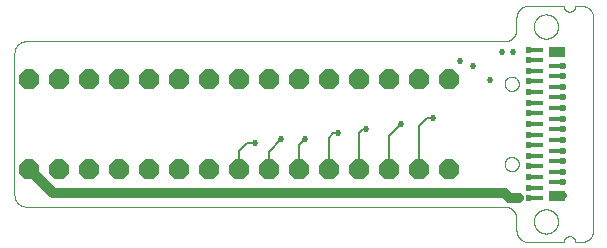
<source format=gtl>
G04 EAGLE Gerber RS-274X export*
G75*
%MOMM*%
%FSLAX34Y34*%
%LPD*%
%INTop Layer*%
%IPPOS*%
%AMOC8*
5,1,8,0,0,1.08239X$1,22.5*%
G01*
%ADD10C,0.000000*%
%ADD11C,0.452400*%
%ADD12R,1.000000X0.450000*%
%ADD13R,1.450000X0.900000*%
%ADD14C,0.600000*%
%ADD15P,1.814519X8X112.500000*%
%ADD16C,0.812800*%
%ADD17C,0.152400*%
%ADD18C,0.525000*%
%ADD19C,0.406400*%


D10*
X10000Y170000D02*
X415000Y170000D01*
X415242Y170003D01*
X415483Y170012D01*
X415724Y170026D01*
X415965Y170047D01*
X416205Y170073D01*
X416445Y170105D01*
X416684Y170143D01*
X416921Y170186D01*
X417158Y170236D01*
X417393Y170291D01*
X417627Y170351D01*
X417859Y170418D01*
X418090Y170489D01*
X418319Y170567D01*
X418546Y170650D01*
X418771Y170738D01*
X418994Y170832D01*
X419214Y170931D01*
X419432Y171036D01*
X419647Y171145D01*
X419860Y171260D01*
X420070Y171380D01*
X420276Y171505D01*
X420480Y171635D01*
X420681Y171770D01*
X420878Y171910D01*
X421072Y172054D01*
X421262Y172203D01*
X421448Y172357D01*
X421631Y172515D01*
X421810Y172677D01*
X421985Y172844D01*
X422156Y173015D01*
X422323Y173190D01*
X422485Y173369D01*
X422643Y173552D01*
X422797Y173738D01*
X422946Y173928D01*
X423090Y174122D01*
X423230Y174319D01*
X423365Y174520D01*
X423495Y174724D01*
X423620Y174930D01*
X423740Y175140D01*
X423855Y175353D01*
X423964Y175568D01*
X424069Y175786D01*
X424168Y176006D01*
X424262Y176229D01*
X424350Y176454D01*
X424433Y176681D01*
X424511Y176910D01*
X424582Y177141D01*
X424649Y177373D01*
X424709Y177607D01*
X424764Y177842D01*
X424814Y178079D01*
X424857Y178316D01*
X424895Y178555D01*
X424927Y178795D01*
X424953Y179035D01*
X424974Y179276D01*
X424988Y179517D01*
X424997Y179758D01*
X425000Y180000D01*
X425000Y190000D01*
X10000Y170000D02*
X9758Y169997D01*
X9517Y169988D01*
X9276Y169974D01*
X9035Y169953D01*
X8795Y169927D01*
X8555Y169895D01*
X8316Y169857D01*
X8079Y169814D01*
X7842Y169764D01*
X7607Y169709D01*
X7373Y169649D01*
X7141Y169582D01*
X6910Y169511D01*
X6681Y169433D01*
X6454Y169350D01*
X6229Y169262D01*
X6006Y169168D01*
X5786Y169069D01*
X5568Y168964D01*
X5353Y168855D01*
X5140Y168740D01*
X4930Y168620D01*
X4724Y168495D01*
X4520Y168365D01*
X4319Y168230D01*
X4122Y168090D01*
X3928Y167946D01*
X3738Y167797D01*
X3552Y167643D01*
X3369Y167485D01*
X3190Y167323D01*
X3015Y167156D01*
X2844Y166985D01*
X2677Y166810D01*
X2515Y166631D01*
X2357Y166448D01*
X2203Y166262D01*
X2054Y166072D01*
X1910Y165878D01*
X1770Y165681D01*
X1635Y165480D01*
X1505Y165276D01*
X1380Y165070D01*
X1260Y164860D01*
X1145Y164647D01*
X1036Y164432D01*
X931Y164214D01*
X832Y163994D01*
X738Y163771D01*
X650Y163546D01*
X567Y163319D01*
X489Y163090D01*
X418Y162859D01*
X351Y162627D01*
X291Y162393D01*
X236Y162158D01*
X186Y161921D01*
X143Y161684D01*
X105Y161445D01*
X73Y161205D01*
X47Y160965D01*
X26Y160724D01*
X12Y160483D01*
X3Y160242D01*
X0Y160000D01*
X0Y40000D01*
X3Y39758D01*
X12Y39517D01*
X26Y39276D01*
X47Y39035D01*
X73Y38795D01*
X105Y38555D01*
X143Y38316D01*
X186Y38079D01*
X236Y37842D01*
X291Y37607D01*
X351Y37373D01*
X418Y37141D01*
X489Y36910D01*
X567Y36681D01*
X650Y36454D01*
X738Y36229D01*
X832Y36006D01*
X931Y35786D01*
X1036Y35568D01*
X1145Y35353D01*
X1260Y35140D01*
X1380Y34930D01*
X1505Y34724D01*
X1635Y34520D01*
X1770Y34319D01*
X1910Y34122D01*
X2054Y33928D01*
X2203Y33738D01*
X2357Y33552D01*
X2515Y33369D01*
X2677Y33190D01*
X2844Y33015D01*
X3015Y32844D01*
X3190Y32677D01*
X3369Y32515D01*
X3552Y32357D01*
X3738Y32203D01*
X3928Y32054D01*
X4122Y31910D01*
X4319Y31770D01*
X4520Y31635D01*
X4724Y31505D01*
X4930Y31380D01*
X5140Y31260D01*
X5353Y31145D01*
X5568Y31036D01*
X5786Y30931D01*
X6006Y30832D01*
X6229Y30738D01*
X6454Y30650D01*
X6681Y30567D01*
X6910Y30489D01*
X7141Y30418D01*
X7373Y30351D01*
X7607Y30291D01*
X7842Y30236D01*
X8079Y30186D01*
X8316Y30143D01*
X8555Y30105D01*
X8795Y30073D01*
X9035Y30047D01*
X9276Y30026D01*
X9517Y30012D01*
X9758Y30003D01*
X10000Y30000D01*
X425000Y20000D02*
X425000Y10000D01*
X425000Y20000D02*
X424997Y20242D01*
X424988Y20483D01*
X424974Y20724D01*
X424953Y20965D01*
X424927Y21205D01*
X424895Y21445D01*
X424857Y21684D01*
X424814Y21921D01*
X424764Y22158D01*
X424709Y22393D01*
X424649Y22627D01*
X424582Y22859D01*
X424511Y23090D01*
X424433Y23319D01*
X424350Y23546D01*
X424262Y23771D01*
X424168Y23994D01*
X424069Y24214D01*
X423964Y24432D01*
X423855Y24647D01*
X423740Y24860D01*
X423620Y25070D01*
X423495Y25276D01*
X423365Y25480D01*
X423230Y25681D01*
X423090Y25878D01*
X422946Y26072D01*
X422797Y26262D01*
X422643Y26448D01*
X422485Y26631D01*
X422323Y26810D01*
X422156Y26985D01*
X421985Y27156D01*
X421810Y27323D01*
X421631Y27485D01*
X421448Y27643D01*
X421262Y27797D01*
X421072Y27946D01*
X420878Y28090D01*
X420681Y28230D01*
X420480Y28365D01*
X420276Y28495D01*
X420070Y28620D01*
X419860Y28740D01*
X419647Y28855D01*
X419432Y28964D01*
X419214Y29069D01*
X418994Y29168D01*
X418771Y29262D01*
X418546Y29350D01*
X418319Y29433D01*
X418090Y29511D01*
X417859Y29582D01*
X417627Y29649D01*
X417393Y29709D01*
X417158Y29764D01*
X416921Y29814D01*
X416684Y29857D01*
X416445Y29895D01*
X416205Y29927D01*
X415965Y29953D01*
X415724Y29974D01*
X415483Y29988D01*
X415242Y29997D01*
X415000Y30000D01*
X10000Y30000D01*
X415000Y134000D02*
X415002Y134154D01*
X415008Y134309D01*
X415018Y134463D01*
X415032Y134617D01*
X415050Y134770D01*
X415071Y134923D01*
X415097Y135076D01*
X415127Y135227D01*
X415160Y135378D01*
X415198Y135528D01*
X415239Y135677D01*
X415284Y135825D01*
X415333Y135971D01*
X415386Y136117D01*
X415442Y136260D01*
X415502Y136403D01*
X415566Y136543D01*
X415633Y136683D01*
X415704Y136820D01*
X415778Y136955D01*
X415856Y137089D01*
X415937Y137220D01*
X416022Y137349D01*
X416110Y137477D01*
X416201Y137601D01*
X416295Y137724D01*
X416393Y137844D01*
X416493Y137961D01*
X416597Y138076D01*
X416703Y138188D01*
X416812Y138297D01*
X416924Y138403D01*
X417039Y138507D01*
X417156Y138607D01*
X417276Y138705D01*
X417399Y138799D01*
X417523Y138890D01*
X417651Y138978D01*
X417780Y139063D01*
X417911Y139144D01*
X418045Y139222D01*
X418180Y139296D01*
X418317Y139367D01*
X418457Y139434D01*
X418597Y139498D01*
X418740Y139558D01*
X418883Y139614D01*
X419029Y139667D01*
X419175Y139716D01*
X419323Y139761D01*
X419472Y139802D01*
X419622Y139840D01*
X419773Y139873D01*
X419924Y139903D01*
X420077Y139929D01*
X420230Y139950D01*
X420383Y139968D01*
X420537Y139982D01*
X420691Y139992D01*
X420846Y139998D01*
X421000Y140000D01*
X421154Y139998D01*
X421309Y139992D01*
X421463Y139982D01*
X421617Y139968D01*
X421770Y139950D01*
X421923Y139929D01*
X422076Y139903D01*
X422227Y139873D01*
X422378Y139840D01*
X422528Y139802D01*
X422677Y139761D01*
X422825Y139716D01*
X422971Y139667D01*
X423117Y139614D01*
X423260Y139558D01*
X423403Y139498D01*
X423543Y139434D01*
X423683Y139367D01*
X423820Y139296D01*
X423955Y139222D01*
X424089Y139144D01*
X424220Y139063D01*
X424349Y138978D01*
X424477Y138890D01*
X424601Y138799D01*
X424724Y138705D01*
X424844Y138607D01*
X424961Y138507D01*
X425076Y138403D01*
X425188Y138297D01*
X425297Y138188D01*
X425403Y138076D01*
X425507Y137961D01*
X425607Y137844D01*
X425705Y137724D01*
X425799Y137601D01*
X425890Y137477D01*
X425978Y137349D01*
X426063Y137220D01*
X426144Y137089D01*
X426222Y136955D01*
X426296Y136820D01*
X426367Y136683D01*
X426434Y136543D01*
X426498Y136403D01*
X426558Y136260D01*
X426614Y136117D01*
X426667Y135971D01*
X426716Y135825D01*
X426761Y135677D01*
X426802Y135528D01*
X426840Y135378D01*
X426873Y135227D01*
X426903Y135076D01*
X426929Y134923D01*
X426950Y134770D01*
X426968Y134617D01*
X426982Y134463D01*
X426992Y134309D01*
X426998Y134154D01*
X427000Y134000D01*
X426998Y133846D01*
X426992Y133691D01*
X426982Y133537D01*
X426968Y133383D01*
X426950Y133230D01*
X426929Y133077D01*
X426903Y132924D01*
X426873Y132773D01*
X426840Y132622D01*
X426802Y132472D01*
X426761Y132323D01*
X426716Y132175D01*
X426667Y132029D01*
X426614Y131883D01*
X426558Y131740D01*
X426498Y131597D01*
X426434Y131457D01*
X426367Y131317D01*
X426296Y131180D01*
X426222Y131045D01*
X426144Y130911D01*
X426063Y130780D01*
X425978Y130651D01*
X425890Y130523D01*
X425799Y130399D01*
X425705Y130276D01*
X425607Y130156D01*
X425507Y130039D01*
X425403Y129924D01*
X425297Y129812D01*
X425188Y129703D01*
X425076Y129597D01*
X424961Y129493D01*
X424844Y129393D01*
X424724Y129295D01*
X424601Y129201D01*
X424477Y129110D01*
X424349Y129022D01*
X424220Y128937D01*
X424089Y128856D01*
X423955Y128778D01*
X423820Y128704D01*
X423683Y128633D01*
X423543Y128566D01*
X423403Y128502D01*
X423260Y128442D01*
X423117Y128386D01*
X422971Y128333D01*
X422825Y128284D01*
X422677Y128239D01*
X422528Y128198D01*
X422378Y128160D01*
X422227Y128127D01*
X422076Y128097D01*
X421923Y128071D01*
X421770Y128050D01*
X421617Y128032D01*
X421463Y128018D01*
X421309Y128008D01*
X421154Y128002D01*
X421000Y128000D01*
X420846Y128002D01*
X420691Y128008D01*
X420537Y128018D01*
X420383Y128032D01*
X420230Y128050D01*
X420077Y128071D01*
X419924Y128097D01*
X419773Y128127D01*
X419622Y128160D01*
X419472Y128198D01*
X419323Y128239D01*
X419175Y128284D01*
X419029Y128333D01*
X418883Y128386D01*
X418740Y128442D01*
X418597Y128502D01*
X418457Y128566D01*
X418317Y128633D01*
X418180Y128704D01*
X418045Y128778D01*
X417911Y128856D01*
X417780Y128937D01*
X417651Y129022D01*
X417523Y129110D01*
X417399Y129201D01*
X417276Y129295D01*
X417156Y129393D01*
X417039Y129493D01*
X416924Y129597D01*
X416812Y129703D01*
X416703Y129812D01*
X416597Y129924D01*
X416493Y130039D01*
X416393Y130156D01*
X416295Y130276D01*
X416201Y130399D01*
X416110Y130523D01*
X416022Y130651D01*
X415937Y130780D01*
X415856Y130911D01*
X415778Y131045D01*
X415704Y131180D01*
X415633Y131317D01*
X415566Y131457D01*
X415502Y131597D01*
X415442Y131740D01*
X415386Y131883D01*
X415333Y132029D01*
X415284Y132175D01*
X415239Y132323D01*
X415198Y132472D01*
X415160Y132622D01*
X415127Y132773D01*
X415097Y132924D01*
X415071Y133077D01*
X415050Y133230D01*
X415032Y133383D01*
X415018Y133537D01*
X415008Y133691D01*
X415002Y133846D01*
X415000Y134000D01*
X415000Y66000D02*
X415002Y66154D01*
X415008Y66309D01*
X415018Y66463D01*
X415032Y66617D01*
X415050Y66770D01*
X415071Y66923D01*
X415097Y67076D01*
X415127Y67227D01*
X415160Y67378D01*
X415198Y67528D01*
X415239Y67677D01*
X415284Y67825D01*
X415333Y67971D01*
X415386Y68117D01*
X415442Y68260D01*
X415502Y68403D01*
X415566Y68543D01*
X415633Y68683D01*
X415704Y68820D01*
X415778Y68955D01*
X415856Y69089D01*
X415937Y69220D01*
X416022Y69349D01*
X416110Y69477D01*
X416201Y69601D01*
X416295Y69724D01*
X416393Y69844D01*
X416493Y69961D01*
X416597Y70076D01*
X416703Y70188D01*
X416812Y70297D01*
X416924Y70403D01*
X417039Y70507D01*
X417156Y70607D01*
X417276Y70705D01*
X417399Y70799D01*
X417523Y70890D01*
X417651Y70978D01*
X417780Y71063D01*
X417911Y71144D01*
X418045Y71222D01*
X418180Y71296D01*
X418317Y71367D01*
X418457Y71434D01*
X418597Y71498D01*
X418740Y71558D01*
X418883Y71614D01*
X419029Y71667D01*
X419175Y71716D01*
X419323Y71761D01*
X419472Y71802D01*
X419622Y71840D01*
X419773Y71873D01*
X419924Y71903D01*
X420077Y71929D01*
X420230Y71950D01*
X420383Y71968D01*
X420537Y71982D01*
X420691Y71992D01*
X420846Y71998D01*
X421000Y72000D01*
X421154Y71998D01*
X421309Y71992D01*
X421463Y71982D01*
X421617Y71968D01*
X421770Y71950D01*
X421923Y71929D01*
X422076Y71903D01*
X422227Y71873D01*
X422378Y71840D01*
X422528Y71802D01*
X422677Y71761D01*
X422825Y71716D01*
X422971Y71667D01*
X423117Y71614D01*
X423260Y71558D01*
X423403Y71498D01*
X423543Y71434D01*
X423683Y71367D01*
X423820Y71296D01*
X423955Y71222D01*
X424089Y71144D01*
X424220Y71063D01*
X424349Y70978D01*
X424477Y70890D01*
X424601Y70799D01*
X424724Y70705D01*
X424844Y70607D01*
X424961Y70507D01*
X425076Y70403D01*
X425188Y70297D01*
X425297Y70188D01*
X425403Y70076D01*
X425507Y69961D01*
X425607Y69844D01*
X425705Y69724D01*
X425799Y69601D01*
X425890Y69477D01*
X425978Y69349D01*
X426063Y69220D01*
X426144Y69089D01*
X426222Y68955D01*
X426296Y68820D01*
X426367Y68683D01*
X426434Y68543D01*
X426498Y68403D01*
X426558Y68260D01*
X426614Y68117D01*
X426667Y67971D01*
X426716Y67825D01*
X426761Y67677D01*
X426802Y67528D01*
X426840Y67378D01*
X426873Y67227D01*
X426903Y67076D01*
X426929Y66923D01*
X426950Y66770D01*
X426968Y66617D01*
X426982Y66463D01*
X426992Y66309D01*
X426998Y66154D01*
X427000Y66000D01*
X426998Y65846D01*
X426992Y65691D01*
X426982Y65537D01*
X426968Y65383D01*
X426950Y65230D01*
X426929Y65077D01*
X426903Y64924D01*
X426873Y64773D01*
X426840Y64622D01*
X426802Y64472D01*
X426761Y64323D01*
X426716Y64175D01*
X426667Y64029D01*
X426614Y63883D01*
X426558Y63740D01*
X426498Y63597D01*
X426434Y63457D01*
X426367Y63317D01*
X426296Y63180D01*
X426222Y63045D01*
X426144Y62911D01*
X426063Y62780D01*
X425978Y62651D01*
X425890Y62523D01*
X425799Y62399D01*
X425705Y62276D01*
X425607Y62156D01*
X425507Y62039D01*
X425403Y61924D01*
X425297Y61812D01*
X425188Y61703D01*
X425076Y61597D01*
X424961Y61493D01*
X424844Y61393D01*
X424724Y61295D01*
X424601Y61201D01*
X424477Y61110D01*
X424349Y61022D01*
X424220Y60937D01*
X424089Y60856D01*
X423955Y60778D01*
X423820Y60704D01*
X423683Y60633D01*
X423543Y60566D01*
X423403Y60502D01*
X423260Y60442D01*
X423117Y60386D01*
X422971Y60333D01*
X422825Y60284D01*
X422677Y60239D01*
X422528Y60198D01*
X422378Y60160D01*
X422227Y60127D01*
X422076Y60097D01*
X421923Y60071D01*
X421770Y60050D01*
X421617Y60032D01*
X421463Y60018D01*
X421309Y60008D01*
X421154Y60002D01*
X421000Y60000D01*
X420846Y60002D01*
X420691Y60008D01*
X420537Y60018D01*
X420383Y60032D01*
X420230Y60050D01*
X420077Y60071D01*
X419924Y60097D01*
X419773Y60127D01*
X419622Y60160D01*
X419472Y60198D01*
X419323Y60239D01*
X419175Y60284D01*
X419029Y60333D01*
X418883Y60386D01*
X418740Y60442D01*
X418597Y60502D01*
X418457Y60566D01*
X418317Y60633D01*
X418180Y60704D01*
X418045Y60778D01*
X417911Y60856D01*
X417780Y60937D01*
X417651Y61022D01*
X417523Y61110D01*
X417399Y61201D01*
X417276Y61295D01*
X417156Y61393D01*
X417039Y61493D01*
X416924Y61597D01*
X416812Y61703D01*
X416703Y61812D01*
X416597Y61924D01*
X416493Y62039D01*
X416393Y62156D01*
X416295Y62276D01*
X416201Y62399D01*
X416110Y62523D01*
X416022Y62651D01*
X415937Y62780D01*
X415856Y62911D01*
X415778Y63045D01*
X415704Y63180D01*
X415633Y63317D01*
X415566Y63457D01*
X415502Y63597D01*
X415442Y63740D01*
X415386Y63883D01*
X415333Y64029D01*
X415284Y64175D01*
X415239Y64323D01*
X415198Y64472D01*
X415160Y64622D01*
X415127Y64773D01*
X415097Y64924D01*
X415071Y65077D01*
X415050Y65230D01*
X415032Y65383D01*
X415018Y65537D01*
X415008Y65691D01*
X415002Y65846D01*
X415000Y66000D01*
X425000Y190000D02*
X425003Y190242D01*
X425012Y190483D01*
X425026Y190724D01*
X425047Y190965D01*
X425073Y191205D01*
X425105Y191445D01*
X425143Y191684D01*
X425186Y191921D01*
X425236Y192158D01*
X425291Y192393D01*
X425351Y192627D01*
X425418Y192859D01*
X425489Y193090D01*
X425567Y193319D01*
X425650Y193546D01*
X425738Y193771D01*
X425832Y193994D01*
X425931Y194214D01*
X426036Y194432D01*
X426145Y194647D01*
X426260Y194860D01*
X426380Y195070D01*
X426505Y195276D01*
X426635Y195480D01*
X426770Y195681D01*
X426910Y195878D01*
X427054Y196072D01*
X427203Y196262D01*
X427357Y196448D01*
X427515Y196631D01*
X427677Y196810D01*
X427844Y196985D01*
X428015Y197156D01*
X428190Y197323D01*
X428369Y197485D01*
X428552Y197643D01*
X428738Y197797D01*
X428928Y197946D01*
X429122Y198090D01*
X429319Y198230D01*
X429520Y198365D01*
X429724Y198495D01*
X429930Y198620D01*
X430140Y198740D01*
X430353Y198855D01*
X430568Y198964D01*
X430786Y199069D01*
X431006Y199168D01*
X431229Y199262D01*
X431454Y199350D01*
X431681Y199433D01*
X431910Y199511D01*
X432141Y199582D01*
X432373Y199649D01*
X432607Y199709D01*
X432842Y199764D01*
X433079Y199814D01*
X433316Y199857D01*
X433555Y199895D01*
X433795Y199927D01*
X434035Y199953D01*
X434276Y199974D01*
X434517Y199988D01*
X434758Y199997D01*
X435000Y200000D01*
X465000Y200000D01*
X465002Y199860D01*
X465008Y199720D01*
X465018Y199580D01*
X465031Y199440D01*
X465049Y199301D01*
X465071Y199162D01*
X465096Y199025D01*
X465125Y198887D01*
X465158Y198751D01*
X465195Y198616D01*
X465236Y198482D01*
X465281Y198349D01*
X465329Y198217D01*
X465381Y198087D01*
X465436Y197958D01*
X465495Y197831D01*
X465558Y197705D01*
X465624Y197581D01*
X465693Y197460D01*
X465766Y197340D01*
X465843Y197222D01*
X465922Y197107D01*
X466005Y196993D01*
X466091Y196883D01*
X466180Y196774D01*
X466272Y196668D01*
X466367Y196565D01*
X466464Y196464D01*
X466565Y196367D01*
X466668Y196272D01*
X466774Y196180D01*
X466883Y196091D01*
X466993Y196005D01*
X467107Y195922D01*
X467222Y195843D01*
X467340Y195766D01*
X467460Y195693D01*
X467581Y195624D01*
X467705Y195558D01*
X467831Y195495D01*
X467958Y195436D01*
X468087Y195381D01*
X468217Y195329D01*
X468349Y195281D01*
X468482Y195236D01*
X468616Y195195D01*
X468751Y195158D01*
X468887Y195125D01*
X469025Y195096D01*
X469162Y195071D01*
X469301Y195049D01*
X469440Y195031D01*
X469580Y195018D01*
X469720Y195008D01*
X469860Y195002D01*
X470000Y195000D01*
X470140Y195002D01*
X470280Y195008D01*
X470420Y195018D01*
X470560Y195031D01*
X470699Y195049D01*
X470838Y195071D01*
X470975Y195096D01*
X471113Y195125D01*
X471249Y195158D01*
X471384Y195195D01*
X471518Y195236D01*
X471651Y195281D01*
X471783Y195329D01*
X471913Y195381D01*
X472042Y195436D01*
X472169Y195495D01*
X472295Y195558D01*
X472419Y195624D01*
X472540Y195693D01*
X472660Y195766D01*
X472778Y195843D01*
X472893Y195922D01*
X473007Y196005D01*
X473117Y196091D01*
X473226Y196180D01*
X473332Y196272D01*
X473435Y196367D01*
X473536Y196464D01*
X473633Y196565D01*
X473728Y196668D01*
X473820Y196774D01*
X473909Y196883D01*
X473995Y196993D01*
X474078Y197107D01*
X474157Y197222D01*
X474234Y197340D01*
X474307Y197460D01*
X474376Y197581D01*
X474442Y197705D01*
X474505Y197831D01*
X474564Y197958D01*
X474619Y198087D01*
X474671Y198217D01*
X474719Y198349D01*
X474764Y198482D01*
X474805Y198616D01*
X474842Y198751D01*
X474875Y198887D01*
X474904Y199025D01*
X474929Y199162D01*
X474951Y199301D01*
X474969Y199440D01*
X474982Y199580D01*
X474992Y199720D01*
X474998Y199860D01*
X475000Y200000D01*
X480000Y200000D01*
X480242Y199997D01*
X480483Y199988D01*
X480724Y199974D01*
X480965Y199953D01*
X481205Y199927D01*
X481445Y199895D01*
X481684Y199857D01*
X481921Y199814D01*
X482158Y199764D01*
X482393Y199709D01*
X482627Y199649D01*
X482859Y199582D01*
X483090Y199511D01*
X483319Y199433D01*
X483546Y199350D01*
X483771Y199262D01*
X483994Y199168D01*
X484214Y199069D01*
X484432Y198964D01*
X484647Y198855D01*
X484860Y198740D01*
X485070Y198620D01*
X485276Y198495D01*
X485480Y198365D01*
X485681Y198230D01*
X485878Y198090D01*
X486072Y197946D01*
X486262Y197797D01*
X486448Y197643D01*
X486631Y197485D01*
X486810Y197323D01*
X486985Y197156D01*
X487156Y196985D01*
X487323Y196810D01*
X487485Y196631D01*
X487643Y196448D01*
X487797Y196262D01*
X487946Y196072D01*
X488090Y195878D01*
X488230Y195681D01*
X488365Y195480D01*
X488495Y195276D01*
X488620Y195070D01*
X488740Y194860D01*
X488855Y194647D01*
X488964Y194432D01*
X489069Y194214D01*
X489168Y193994D01*
X489262Y193771D01*
X489350Y193546D01*
X489433Y193319D01*
X489511Y193090D01*
X489582Y192859D01*
X489649Y192627D01*
X489709Y192393D01*
X489764Y192158D01*
X489814Y191921D01*
X489857Y191684D01*
X489895Y191445D01*
X489927Y191205D01*
X489953Y190965D01*
X489974Y190724D01*
X489988Y190483D01*
X489997Y190242D01*
X490000Y190000D01*
X490000Y10000D01*
X489997Y9758D01*
X489988Y9517D01*
X489974Y9276D01*
X489953Y9035D01*
X489927Y8795D01*
X489895Y8555D01*
X489857Y8316D01*
X489814Y8079D01*
X489764Y7842D01*
X489709Y7607D01*
X489649Y7373D01*
X489582Y7141D01*
X489511Y6910D01*
X489433Y6681D01*
X489350Y6454D01*
X489262Y6229D01*
X489168Y6006D01*
X489069Y5786D01*
X488964Y5568D01*
X488855Y5353D01*
X488740Y5140D01*
X488620Y4930D01*
X488495Y4724D01*
X488365Y4520D01*
X488230Y4319D01*
X488090Y4122D01*
X487946Y3928D01*
X487797Y3738D01*
X487643Y3552D01*
X487485Y3369D01*
X487323Y3190D01*
X487156Y3015D01*
X486985Y2844D01*
X486810Y2677D01*
X486631Y2515D01*
X486448Y2357D01*
X486262Y2203D01*
X486072Y2054D01*
X485878Y1910D01*
X485681Y1770D01*
X485480Y1635D01*
X485276Y1505D01*
X485070Y1380D01*
X484860Y1260D01*
X484647Y1145D01*
X484432Y1036D01*
X484214Y931D01*
X483994Y832D01*
X483771Y738D01*
X483546Y650D01*
X483319Y567D01*
X483090Y489D01*
X482859Y418D01*
X482627Y351D01*
X482393Y291D01*
X482158Y236D01*
X481921Y186D01*
X481684Y143D01*
X481445Y105D01*
X481205Y73D01*
X480965Y47D01*
X480724Y26D01*
X480483Y12D01*
X480242Y3D01*
X480000Y0D01*
X475000Y0D01*
X474998Y140D01*
X474992Y280D01*
X474982Y420D01*
X474969Y560D01*
X474951Y699D01*
X474929Y838D01*
X474904Y975D01*
X474875Y1113D01*
X474842Y1249D01*
X474805Y1384D01*
X474764Y1518D01*
X474719Y1651D01*
X474671Y1783D01*
X474619Y1913D01*
X474564Y2042D01*
X474505Y2169D01*
X474442Y2295D01*
X474376Y2419D01*
X474307Y2540D01*
X474234Y2660D01*
X474157Y2778D01*
X474078Y2893D01*
X473995Y3007D01*
X473909Y3117D01*
X473820Y3226D01*
X473728Y3332D01*
X473633Y3435D01*
X473536Y3536D01*
X473435Y3633D01*
X473332Y3728D01*
X473226Y3820D01*
X473117Y3909D01*
X473007Y3995D01*
X472893Y4078D01*
X472778Y4157D01*
X472660Y4234D01*
X472540Y4307D01*
X472419Y4376D01*
X472295Y4442D01*
X472169Y4505D01*
X472042Y4564D01*
X471913Y4619D01*
X471783Y4671D01*
X471651Y4719D01*
X471518Y4764D01*
X471384Y4805D01*
X471249Y4842D01*
X471113Y4875D01*
X470975Y4904D01*
X470838Y4929D01*
X470699Y4951D01*
X470560Y4969D01*
X470420Y4982D01*
X470280Y4992D01*
X470140Y4998D01*
X470000Y5000D01*
X469860Y4998D01*
X469720Y4992D01*
X469580Y4982D01*
X469440Y4969D01*
X469301Y4951D01*
X469162Y4929D01*
X469025Y4904D01*
X468887Y4875D01*
X468751Y4842D01*
X468616Y4805D01*
X468482Y4764D01*
X468349Y4719D01*
X468217Y4671D01*
X468087Y4619D01*
X467958Y4564D01*
X467831Y4505D01*
X467705Y4442D01*
X467581Y4376D01*
X467460Y4307D01*
X467340Y4234D01*
X467222Y4157D01*
X467107Y4078D01*
X466993Y3995D01*
X466883Y3909D01*
X466774Y3820D01*
X466668Y3728D01*
X466565Y3633D01*
X466464Y3536D01*
X466367Y3435D01*
X466272Y3332D01*
X466180Y3226D01*
X466091Y3117D01*
X466005Y3007D01*
X465922Y2893D01*
X465843Y2778D01*
X465766Y2660D01*
X465693Y2540D01*
X465624Y2419D01*
X465558Y2295D01*
X465495Y2169D01*
X465436Y2042D01*
X465381Y1913D01*
X465329Y1783D01*
X465281Y1651D01*
X465236Y1518D01*
X465195Y1384D01*
X465158Y1249D01*
X465125Y1113D01*
X465096Y975D01*
X465071Y838D01*
X465049Y699D01*
X465031Y560D01*
X465018Y420D01*
X465008Y280D01*
X465002Y140D01*
X465000Y0D01*
X435000Y0D01*
X434758Y3D01*
X434517Y12D01*
X434276Y26D01*
X434035Y47D01*
X433795Y73D01*
X433555Y105D01*
X433316Y143D01*
X433079Y186D01*
X432842Y236D01*
X432607Y291D01*
X432373Y351D01*
X432141Y418D01*
X431910Y489D01*
X431681Y567D01*
X431454Y650D01*
X431229Y738D01*
X431006Y832D01*
X430786Y931D01*
X430568Y1036D01*
X430353Y1145D01*
X430140Y1260D01*
X429930Y1380D01*
X429724Y1505D01*
X429520Y1635D01*
X429319Y1770D01*
X429122Y1910D01*
X428928Y2054D01*
X428738Y2203D01*
X428552Y2357D01*
X428369Y2515D01*
X428190Y2677D01*
X428015Y2844D01*
X427844Y3015D01*
X427677Y3190D01*
X427515Y3369D01*
X427357Y3552D01*
X427203Y3738D01*
X427054Y3928D01*
X426910Y4122D01*
X426770Y4319D01*
X426635Y4520D01*
X426505Y4724D01*
X426380Y4930D01*
X426260Y5140D01*
X426145Y5353D01*
X426036Y5568D01*
X425931Y5786D01*
X425832Y6006D01*
X425738Y6229D01*
X425650Y6454D01*
X425567Y6681D01*
X425489Y6910D01*
X425418Y7141D01*
X425351Y7373D01*
X425291Y7607D01*
X425236Y7842D01*
X425186Y8079D01*
X425143Y8316D01*
X425105Y8555D01*
X425073Y8795D01*
X425047Y9035D01*
X425026Y9276D01*
X425012Y9517D01*
X425003Y9758D01*
X425000Y10000D01*
D11*
X464000Y40750D03*
X464000Y50500D03*
X464000Y59500D03*
X464000Y68500D03*
X464000Y77500D03*
X464000Y86500D03*
X464000Y95500D03*
X464000Y104500D03*
X464000Y113500D03*
X464000Y122500D03*
X464000Y131500D03*
X464000Y140500D03*
X464000Y149500D03*
X464000Y159250D03*
X436000Y37000D03*
X436000Y46000D03*
X436000Y55000D03*
X436000Y64000D03*
X436000Y73000D03*
X436000Y82000D03*
X436000Y91000D03*
X436000Y100000D03*
X436000Y109000D03*
X436000Y118000D03*
X436000Y127000D03*
X436000Y136000D03*
X436000Y145000D03*
X436000Y154000D03*
X436000Y163000D03*
D12*
X442500Y37000D03*
D13*
X459750Y39250D03*
D12*
X457500Y50500D03*
D13*
X459750Y160750D03*
D12*
X457500Y59500D03*
X457500Y68500D03*
X457500Y77500D03*
X457500Y86500D03*
X457500Y95500D03*
X457500Y104500D03*
X457500Y113500D03*
X457500Y122500D03*
X457500Y131500D03*
X457500Y140500D03*
X457500Y149500D03*
X442500Y46000D03*
X442500Y55000D03*
X442500Y64000D03*
X442500Y73000D03*
X442500Y82000D03*
X442500Y91000D03*
X442500Y100000D03*
X442500Y109000D03*
X442500Y118000D03*
X442500Y127000D03*
X442500Y136000D03*
X442500Y145000D03*
X442500Y154000D03*
X442500Y163000D03*
D10*
X439750Y17500D02*
X439753Y17752D01*
X439762Y18003D01*
X439778Y18254D01*
X439799Y18505D01*
X439827Y18755D01*
X439861Y19004D01*
X439901Y19252D01*
X439947Y19500D01*
X439999Y19746D01*
X440057Y19991D01*
X440121Y20234D01*
X440191Y20475D01*
X440267Y20715D01*
X440349Y20953D01*
X440437Y21189D01*
X440530Y21423D01*
X440629Y21654D01*
X440734Y21882D01*
X440844Y22109D01*
X440960Y22332D01*
X441082Y22552D01*
X441208Y22770D01*
X441340Y22984D01*
X441477Y23195D01*
X441620Y23402D01*
X441767Y23606D01*
X441919Y23806D01*
X442077Y24003D01*
X442239Y24195D01*
X442405Y24383D01*
X442576Y24568D01*
X442752Y24748D01*
X442932Y24924D01*
X443117Y25095D01*
X443305Y25261D01*
X443497Y25423D01*
X443694Y25581D01*
X443894Y25733D01*
X444098Y25880D01*
X444305Y26023D01*
X444516Y26160D01*
X444730Y26292D01*
X444948Y26418D01*
X445168Y26540D01*
X445391Y26656D01*
X445618Y26766D01*
X445846Y26871D01*
X446077Y26970D01*
X446311Y27063D01*
X446547Y27151D01*
X446785Y27233D01*
X447025Y27309D01*
X447266Y27379D01*
X447509Y27443D01*
X447754Y27501D01*
X448000Y27553D01*
X448248Y27599D01*
X448496Y27639D01*
X448745Y27673D01*
X448995Y27701D01*
X449246Y27722D01*
X449497Y27738D01*
X449748Y27747D01*
X450000Y27750D01*
X450252Y27747D01*
X450503Y27738D01*
X450754Y27722D01*
X451005Y27701D01*
X451255Y27673D01*
X451504Y27639D01*
X451752Y27599D01*
X452000Y27553D01*
X452246Y27501D01*
X452491Y27443D01*
X452734Y27379D01*
X452975Y27309D01*
X453215Y27233D01*
X453453Y27151D01*
X453689Y27063D01*
X453923Y26970D01*
X454154Y26871D01*
X454382Y26766D01*
X454609Y26656D01*
X454832Y26540D01*
X455052Y26418D01*
X455270Y26292D01*
X455484Y26160D01*
X455695Y26023D01*
X455902Y25880D01*
X456106Y25733D01*
X456306Y25581D01*
X456503Y25423D01*
X456695Y25261D01*
X456883Y25095D01*
X457068Y24924D01*
X457248Y24748D01*
X457424Y24568D01*
X457595Y24383D01*
X457761Y24195D01*
X457923Y24003D01*
X458081Y23806D01*
X458233Y23606D01*
X458380Y23402D01*
X458523Y23195D01*
X458660Y22984D01*
X458792Y22770D01*
X458918Y22552D01*
X459040Y22332D01*
X459156Y22109D01*
X459266Y21882D01*
X459371Y21654D01*
X459470Y21423D01*
X459563Y21189D01*
X459651Y20953D01*
X459733Y20715D01*
X459809Y20475D01*
X459879Y20234D01*
X459943Y19991D01*
X460001Y19746D01*
X460053Y19500D01*
X460099Y19252D01*
X460139Y19004D01*
X460173Y18755D01*
X460201Y18505D01*
X460222Y18254D01*
X460238Y18003D01*
X460247Y17752D01*
X460250Y17500D01*
X460247Y17248D01*
X460238Y16997D01*
X460222Y16746D01*
X460201Y16495D01*
X460173Y16245D01*
X460139Y15996D01*
X460099Y15748D01*
X460053Y15500D01*
X460001Y15254D01*
X459943Y15009D01*
X459879Y14766D01*
X459809Y14525D01*
X459733Y14285D01*
X459651Y14047D01*
X459563Y13811D01*
X459470Y13577D01*
X459371Y13346D01*
X459266Y13118D01*
X459156Y12891D01*
X459040Y12668D01*
X458918Y12448D01*
X458792Y12230D01*
X458660Y12016D01*
X458523Y11805D01*
X458380Y11598D01*
X458233Y11394D01*
X458081Y11194D01*
X457923Y10997D01*
X457761Y10805D01*
X457595Y10617D01*
X457424Y10432D01*
X457248Y10252D01*
X457068Y10076D01*
X456883Y9905D01*
X456695Y9739D01*
X456503Y9577D01*
X456306Y9419D01*
X456106Y9267D01*
X455902Y9120D01*
X455695Y8977D01*
X455484Y8840D01*
X455270Y8708D01*
X455052Y8582D01*
X454832Y8460D01*
X454609Y8344D01*
X454382Y8234D01*
X454154Y8129D01*
X453923Y8030D01*
X453689Y7937D01*
X453453Y7849D01*
X453215Y7767D01*
X452975Y7691D01*
X452734Y7621D01*
X452491Y7557D01*
X452246Y7499D01*
X452000Y7447D01*
X451752Y7401D01*
X451504Y7361D01*
X451255Y7327D01*
X451005Y7299D01*
X450754Y7278D01*
X450503Y7262D01*
X450252Y7253D01*
X450000Y7250D01*
X449748Y7253D01*
X449497Y7262D01*
X449246Y7278D01*
X448995Y7299D01*
X448745Y7327D01*
X448496Y7361D01*
X448248Y7401D01*
X448000Y7447D01*
X447754Y7499D01*
X447509Y7557D01*
X447266Y7621D01*
X447025Y7691D01*
X446785Y7767D01*
X446547Y7849D01*
X446311Y7937D01*
X446077Y8030D01*
X445846Y8129D01*
X445618Y8234D01*
X445391Y8344D01*
X445168Y8460D01*
X444948Y8582D01*
X444730Y8708D01*
X444516Y8840D01*
X444305Y8977D01*
X444098Y9120D01*
X443894Y9267D01*
X443694Y9419D01*
X443497Y9577D01*
X443305Y9739D01*
X443117Y9905D01*
X442932Y10076D01*
X442752Y10252D01*
X442576Y10432D01*
X442405Y10617D01*
X442239Y10805D01*
X442077Y10997D01*
X441919Y11194D01*
X441767Y11394D01*
X441620Y11598D01*
X441477Y11805D01*
X441340Y12016D01*
X441208Y12230D01*
X441082Y12448D01*
X440960Y12668D01*
X440844Y12891D01*
X440734Y13118D01*
X440629Y13346D01*
X440530Y13577D01*
X440437Y13811D01*
X440349Y14047D01*
X440267Y14285D01*
X440191Y14525D01*
X440121Y14766D01*
X440057Y15009D01*
X439999Y15254D01*
X439947Y15500D01*
X439901Y15748D01*
X439861Y15996D01*
X439827Y16245D01*
X439799Y16495D01*
X439778Y16746D01*
X439762Y16997D01*
X439753Y17248D01*
X439750Y17500D01*
X439750Y182500D02*
X439753Y182752D01*
X439762Y183003D01*
X439778Y183254D01*
X439799Y183505D01*
X439827Y183755D01*
X439861Y184004D01*
X439901Y184252D01*
X439947Y184500D01*
X439999Y184746D01*
X440057Y184991D01*
X440121Y185234D01*
X440191Y185475D01*
X440267Y185715D01*
X440349Y185953D01*
X440437Y186189D01*
X440530Y186423D01*
X440629Y186654D01*
X440734Y186882D01*
X440844Y187109D01*
X440960Y187332D01*
X441082Y187552D01*
X441208Y187770D01*
X441340Y187984D01*
X441477Y188195D01*
X441620Y188402D01*
X441767Y188606D01*
X441919Y188806D01*
X442077Y189003D01*
X442239Y189195D01*
X442405Y189383D01*
X442576Y189568D01*
X442752Y189748D01*
X442932Y189924D01*
X443117Y190095D01*
X443305Y190261D01*
X443497Y190423D01*
X443694Y190581D01*
X443894Y190733D01*
X444098Y190880D01*
X444305Y191023D01*
X444516Y191160D01*
X444730Y191292D01*
X444948Y191418D01*
X445168Y191540D01*
X445391Y191656D01*
X445618Y191766D01*
X445846Y191871D01*
X446077Y191970D01*
X446311Y192063D01*
X446547Y192151D01*
X446785Y192233D01*
X447025Y192309D01*
X447266Y192379D01*
X447509Y192443D01*
X447754Y192501D01*
X448000Y192553D01*
X448248Y192599D01*
X448496Y192639D01*
X448745Y192673D01*
X448995Y192701D01*
X449246Y192722D01*
X449497Y192738D01*
X449748Y192747D01*
X450000Y192750D01*
X450252Y192747D01*
X450503Y192738D01*
X450754Y192722D01*
X451005Y192701D01*
X451255Y192673D01*
X451504Y192639D01*
X451752Y192599D01*
X452000Y192553D01*
X452246Y192501D01*
X452491Y192443D01*
X452734Y192379D01*
X452975Y192309D01*
X453215Y192233D01*
X453453Y192151D01*
X453689Y192063D01*
X453923Y191970D01*
X454154Y191871D01*
X454382Y191766D01*
X454609Y191656D01*
X454832Y191540D01*
X455052Y191418D01*
X455270Y191292D01*
X455484Y191160D01*
X455695Y191023D01*
X455902Y190880D01*
X456106Y190733D01*
X456306Y190581D01*
X456503Y190423D01*
X456695Y190261D01*
X456883Y190095D01*
X457068Y189924D01*
X457248Y189748D01*
X457424Y189568D01*
X457595Y189383D01*
X457761Y189195D01*
X457923Y189003D01*
X458081Y188806D01*
X458233Y188606D01*
X458380Y188402D01*
X458523Y188195D01*
X458660Y187984D01*
X458792Y187770D01*
X458918Y187552D01*
X459040Y187332D01*
X459156Y187109D01*
X459266Y186882D01*
X459371Y186654D01*
X459470Y186423D01*
X459563Y186189D01*
X459651Y185953D01*
X459733Y185715D01*
X459809Y185475D01*
X459879Y185234D01*
X459943Y184991D01*
X460001Y184746D01*
X460053Y184500D01*
X460099Y184252D01*
X460139Y184004D01*
X460173Y183755D01*
X460201Y183505D01*
X460222Y183254D01*
X460238Y183003D01*
X460247Y182752D01*
X460250Y182500D01*
X460247Y182248D01*
X460238Y181997D01*
X460222Y181746D01*
X460201Y181495D01*
X460173Y181245D01*
X460139Y180996D01*
X460099Y180748D01*
X460053Y180500D01*
X460001Y180254D01*
X459943Y180009D01*
X459879Y179766D01*
X459809Y179525D01*
X459733Y179285D01*
X459651Y179047D01*
X459563Y178811D01*
X459470Y178577D01*
X459371Y178346D01*
X459266Y178118D01*
X459156Y177891D01*
X459040Y177668D01*
X458918Y177448D01*
X458792Y177230D01*
X458660Y177016D01*
X458523Y176805D01*
X458380Y176598D01*
X458233Y176394D01*
X458081Y176194D01*
X457923Y175997D01*
X457761Y175805D01*
X457595Y175617D01*
X457424Y175432D01*
X457248Y175252D01*
X457068Y175076D01*
X456883Y174905D01*
X456695Y174739D01*
X456503Y174577D01*
X456306Y174419D01*
X456106Y174267D01*
X455902Y174120D01*
X455695Y173977D01*
X455484Y173840D01*
X455270Y173708D01*
X455052Y173582D01*
X454832Y173460D01*
X454609Y173344D01*
X454382Y173234D01*
X454154Y173129D01*
X453923Y173030D01*
X453689Y172937D01*
X453453Y172849D01*
X453215Y172767D01*
X452975Y172691D01*
X452734Y172621D01*
X452491Y172557D01*
X452246Y172499D01*
X452000Y172447D01*
X451752Y172401D01*
X451504Y172361D01*
X451255Y172327D01*
X451005Y172299D01*
X450754Y172278D01*
X450503Y172262D01*
X450252Y172253D01*
X450000Y172250D01*
X449748Y172253D01*
X449497Y172262D01*
X449246Y172278D01*
X448995Y172299D01*
X448745Y172327D01*
X448496Y172361D01*
X448248Y172401D01*
X448000Y172447D01*
X447754Y172499D01*
X447509Y172557D01*
X447266Y172621D01*
X447025Y172691D01*
X446785Y172767D01*
X446547Y172849D01*
X446311Y172937D01*
X446077Y173030D01*
X445846Y173129D01*
X445618Y173234D01*
X445391Y173344D01*
X445168Y173460D01*
X444948Y173582D01*
X444730Y173708D01*
X444516Y173840D01*
X444305Y173977D01*
X444098Y174120D01*
X443894Y174267D01*
X443694Y174419D01*
X443497Y174577D01*
X443305Y174739D01*
X443117Y174905D01*
X442932Y175076D01*
X442752Y175252D01*
X442576Y175432D01*
X442405Y175617D01*
X442239Y175805D01*
X442077Y175997D01*
X441919Y176194D01*
X441767Y176394D01*
X441620Y176598D01*
X441477Y176805D01*
X441340Y177016D01*
X441208Y177230D01*
X441082Y177448D01*
X440960Y177668D01*
X440844Y177891D01*
X440734Y178118D01*
X440629Y178346D01*
X440530Y178577D01*
X440437Y178811D01*
X440349Y179047D01*
X440267Y179285D01*
X440191Y179525D01*
X440121Y179766D01*
X440057Y180009D01*
X439999Y180254D01*
X439947Y180500D01*
X439901Y180748D01*
X439861Y180996D01*
X439827Y181245D01*
X439799Y181495D01*
X439778Y181746D01*
X439762Y181997D01*
X439753Y182248D01*
X439750Y182500D01*
D14*
X464000Y50500D03*
X464000Y59500D03*
X464000Y68500D03*
X464000Y77500D03*
X464000Y86500D03*
X464000Y95500D03*
X464000Y104500D03*
X464000Y122500D03*
X464000Y113500D03*
X464000Y131500D03*
X464000Y140500D03*
X464000Y149500D03*
X436000Y46000D03*
X436000Y55000D03*
X436000Y64000D03*
X436000Y73000D03*
X436000Y82000D03*
X436000Y91000D03*
X436000Y100000D03*
X436000Y109000D03*
X436000Y118000D03*
X436000Y127000D03*
X436000Y136000D03*
X436000Y145000D03*
X436000Y154000D03*
X436000Y163000D03*
X436000Y37000D03*
D15*
X12200Y61900D03*
X37600Y61900D03*
X63000Y61900D03*
X88400Y61900D03*
X113800Y61900D03*
X139200Y61900D03*
X164600Y61900D03*
X190000Y61900D03*
X215400Y61900D03*
X240800Y61900D03*
X266200Y61900D03*
X291600Y61900D03*
X317000Y61900D03*
X342400Y61900D03*
X367800Y61900D03*
X12200Y138100D03*
X37600Y138100D03*
X63000Y138100D03*
X88400Y138100D03*
X113800Y138100D03*
X139200Y138100D03*
X164600Y138100D03*
X190000Y138100D03*
X215400Y138100D03*
X240800Y138100D03*
X266200Y138100D03*
X291600Y138100D03*
X317000Y138100D03*
X342400Y138100D03*
X367800Y138100D03*
D16*
X414500Y41500D02*
X32600Y41500D01*
X12200Y61900D01*
D17*
X414500Y41500D02*
X415000Y41500D01*
D16*
X419000Y37500D01*
D17*
X419250Y37750D01*
D18*
X419250Y37750D03*
D19*
X464000Y40750D02*
X465000Y39750D01*
D18*
X427000Y37000D03*
D16*
X420000Y37000D02*
X419250Y37750D01*
X420000Y37000D02*
X427000Y37000D01*
D18*
X204000Y84000D03*
D17*
X190000Y76900D02*
X190000Y61900D01*
X197100Y84000D02*
X204000Y84000D01*
X197100Y84000D02*
X190000Y76900D01*
D18*
X226000Y87000D03*
D17*
X215400Y76400D01*
X215400Y61900D01*
D18*
X246000Y87000D03*
D17*
X240800Y81800D02*
X240800Y61900D01*
X240800Y81800D02*
X246000Y87000D01*
D18*
X274000Y92000D03*
D17*
X270000Y92000D01*
X266200Y88200D01*
X266200Y61900D01*
D18*
X298000Y96000D03*
D17*
X295000Y96000D01*
X291600Y92600D01*
X291600Y61900D01*
D18*
X327000Y100000D03*
D17*
X317000Y90000D01*
X317000Y61900D01*
D18*
X354000Y105000D03*
D17*
X349000Y105000D01*
X342400Y98400D01*
X342400Y61900D01*
D18*
X402500Y137500D03*
X413000Y161000D03*
X422000Y161000D03*
X388000Y149000D03*
X377000Y153000D03*
M02*

</source>
